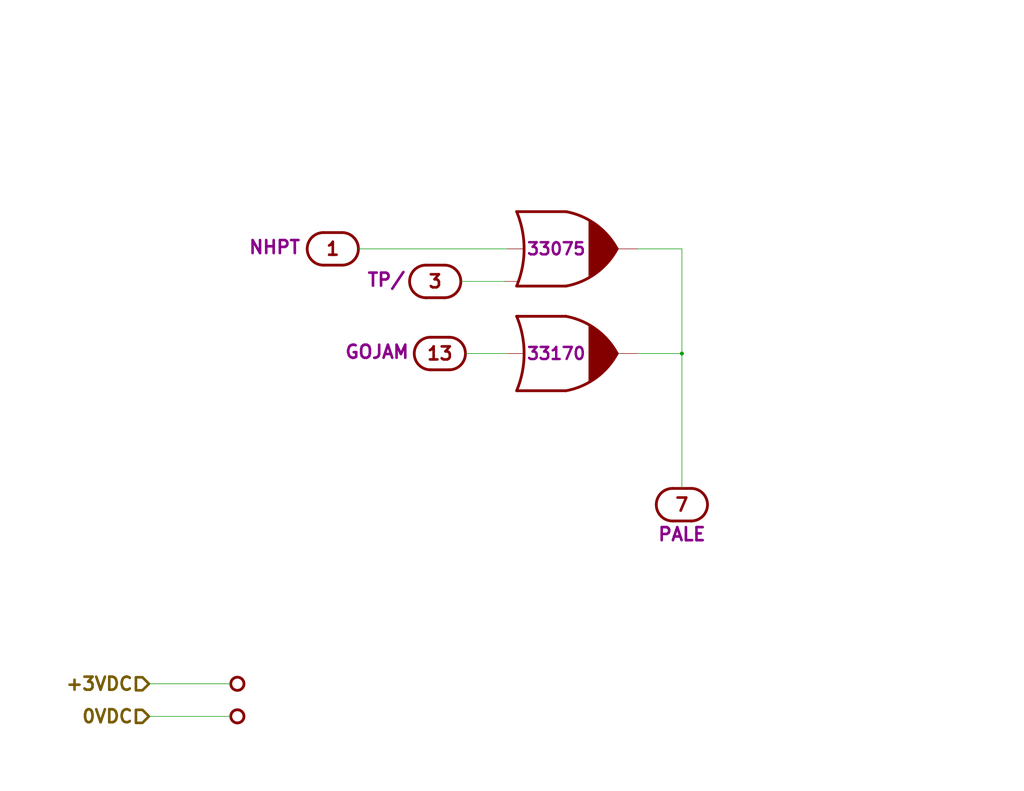
<source format=kicad_sch>
(kicad_sch (version 20211123) (generator eeschema)
  (paper "A")
  (title_block (title "BLOCK I LOGIC FLOW C, MODULE A17, DRAWING 1006543") (date "2018-11-23") (rev "Draft") (comment 1 "Modules A17"))
  (junction (at 186.055 96.52))
  (wire (pts (xy 137.795 76.835) (xy 125.73 76.835)))
  (wire (pts (xy 173.99 96.52) (xy 186.055 96.52)))
  (wire (pts (xy 40.64 186.69) (xy 62.865 186.69)))
  (wire (pts (xy 186.055 96.52) (xy 186.055 133.35)))
  (wire (pts (xy 173.99 67.945) (xy 186.055 67.945)))
  (wire (pts (xy 62.865 195.58) (xy 40.64 195.58)))
  (wire (pts (xy 138.43 67.945) (xy 97.79 67.945)))
  (wire (pts (xy 186.055 67.945) (xy 186.055 96.52)))
  (wire (pts (xy 138.43 96.52) (xy 127 96.52)))
  (hierarchical_label "+3VDC" (shape input) (at 40.64 186.69 180) (effects (font (size 3.556 3.556) (thickness 0.7112) bold)))
  (hierarchical_label "0VDC" (shape input) (at 40.64 195.58 180) (effects (font (size 3.556 3.556) (thickness 0.7112) bold)))
  (symbol (lib_id "AGC_DSKY:ConnectorGeneric") (at 186.055 137.795 0) (unit 7) (convert 2)
    (property "Reference" "J1" (effects hide))
    (property "Value" "ConnectorGeneric" (effects hide))
    (property "Caption" "PALE" (at 186.055 143.51 0) (effects (font (size 3.556 3.556) bold) (justify top)))
  )
  (symbol (lib_id "AGC_DSKY:ConnectorGeneric") (at 90.805 67.945 0) (unit 1)
    (property "Reference" "J1" (effects hide))
    (property "Value" "ConnectorGeneric" (effects hide))
    (property "Caption" "NHPT" (at 74.93 69.85 0) (effects (font (size 3.556 3.556) bold) (justify bottom)))
  )
  (symbol (lib_id "AGC_DSKY:ConnectorGeneric") (at 118.745 76.835 0) (unit 3)
    (property "Reference" "J1" (effects hide))
    (property "Value" "ConnectorGeneric" (effects hide))
    (property "Caption" "TP/" (at 105.41 78.74 0) (effects (font (size 3.556 3.556) bold) (justify bottom)))
  )
  (symbol (lib_id "D3NOR-NC-0VDC-expander-nd1021041:D3NOR-NC-0VDC-expander-nd1021041-_3_-___") (at 153.67 96.52 0) (mirror x) (unit 1)
    (property "Reference" "U802" (effects hide))
    (property "Value" "D3NOR-NC-0VDC-expander-nd1021041-_3_-___" (effects hide))
    (property "Location" "33170" (at 151.765 96.52 0) (effects (font (size 3.302 3.302) bold)))
  )
  (symbol (lib_id "D3NOR-NC-0VDC-expander-nd1021041:D3NOR-NC-0VDC-expander-nd1021041-53_-___") (at 153.67 67.945 0) (mirror x) (unit 1)
    (property "Reference" "U801" (effects hide))
    (property "Value" "D3NOR-NC-0VDC-expander-nd1021041-53_-___" (effects hide))
    (property "Location" "33075" (at 151.765 67.945 0) (effects (font (size 3.302 3.302) bold)))
  )
  (symbol (lib_id "AGC_DSKY:ConnectorGeneric") (at 120.015 96.52 0) (unit 13)
    (property "Reference" "J1" (effects hide))
    (property "Value" "ConnectorGeneric" (effects hide))
    (property "Caption" "GOJAM" (at 102.87 98.425 0) (effects (font (size 3.556 3.556) bold) (justify bottom)))
  )
  (symbol (lib_id "AGC_DSKY:Node2") (at 64.77 186.69 180)
    (property "Reference" "N801" (effects hide))
    (property "Value" "Node2" (effects hide))
    (property "Caption" "+3VDC" (effects hide))
  )
  (symbol (lib_id "AGC_DSKY:Node2") (at 64.77 195.58 180)
    (property "Reference" "N802" (effects hide))
    (property "Value" "Node2" (effects hide))
    (property "Caption" "0VDC" (effects hide))
  )
)
</source>
